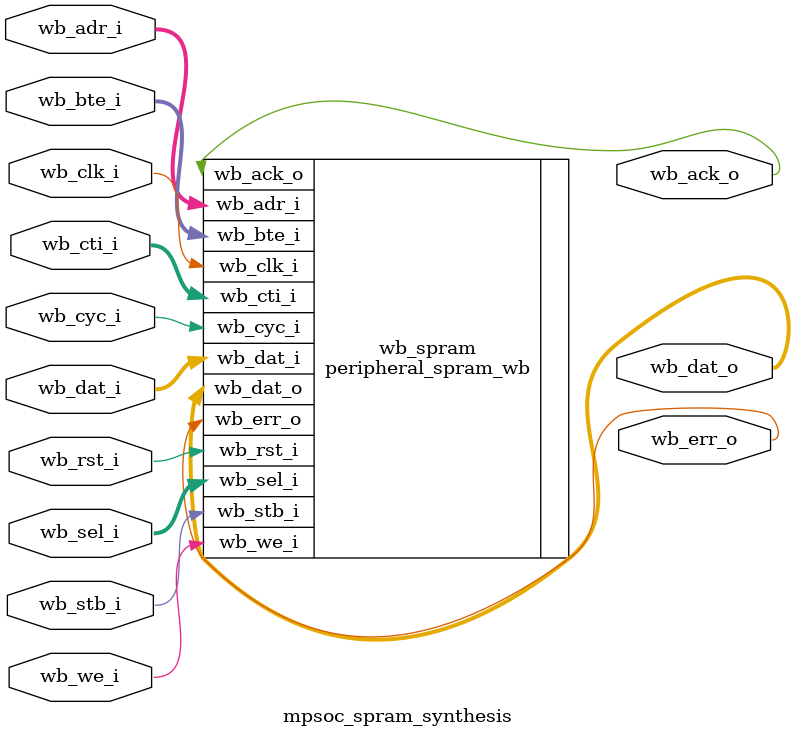
<source format=sv>

module mpsoc_spram_synthesis #(
  // Memory parameters
  parameter DEPTH   = 256,
  parameter MEMFILE = "",

  // Wishbone parameters
  parameter DW = 32,
  parameter AW = $clog2(DEPTH)
) (
  input wb_clk_i,
  input wb_rst_i,

  input [AW-1:0] wb_adr_i,
  input [DW-1:0] wb_dat_i,
  input [   3:0] wb_sel_i,
  input          wb_we_i,
  input [   1:0] wb_bte_i,
  input [   2:0] wb_cti_i,
  input          wb_cyc_i,
  input          wb_stb_i,

  output reg          wb_ack_o,
  output              wb_err_o,
  output     [DW-1:0] wb_dat_o
);

  //////////////////////////////////////////////////////////////////////////////
  // Body
  //////////////////////////////////////////////////////////////////////////////

  // DUT WB
  peripheral_spram_wb #(
    // Memory parameters
    .DEPTH  (DEPTH),
    .MEMFILE(MEMFILE),

    // Wishbone parameters
    .AW(AW),
    .DW(DW)
  ) wb_spram (
    .wb_clk_i(wb_clk_i),
    .wb_rst_i(wb_rst_i),

    .wb_adr_i(wb_adr_i),
    .wb_dat_i(wb_dat_i),
    .wb_sel_i(wb_sel_i),
    .wb_we_i (wb_we_i),
    .wb_bte_i(wb_bte_i),
    .wb_cti_i(wb_cti_i),
    .wb_cyc_i(wb_cyc_i),
    .wb_stb_i(wb_stb_i),
    .wb_ack_o(wb_ack_o),
    .wb_err_o(wb_err_o),
    .wb_dat_o(wb_dat_o)
  );
endmodule

</source>
